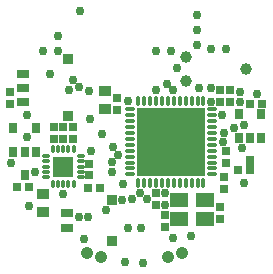
<source format=gbs>
G04 Layer_Color=16711935*
%FSLAX44Y44*%
%MOMM*%
G71*
G01*
G75*
%ADD41C,1.0000*%
%ADD63R,0.7500X0.6500*%
%ADD64R,0.6500X0.7500*%
%ADD65O,0.3500X0.8000*%
%ADD66O,0.8000X0.3500*%
%ADD82R,1.0500X0.8500*%
%ADD85C,1.0500*%
%ADD86C,0.7500*%
%ADD87R,0.9500X0.8500*%
%ADD88R,1.0000X0.7500*%
%ADD89R,1.5500X1.3000*%
%ADD90R,1.7000X1.7000*%
%ADD91O,0.4000X0.8500*%
%ADD92O,0.8500X0.4000*%
%ADD93R,5.7500X5.7500*%
%ADD94R,0.7500X0.8500*%
D41*
X94700Y52800D02*
D03*
X43900Y42640D02*
D03*
Y62960D02*
D03*
D63*
X88000Y-32800D02*
D03*
X98000D02*
D03*
X-29500Y-48100D02*
D03*
X-39500D02*
D03*
X-89300Y-46600D02*
D03*
X-99300D02*
D03*
X98000Y23800D02*
D03*
X108000D02*
D03*
D64*
X-60300Y-6000D02*
D03*
Y4000D02*
D03*
X-68300Y-6000D02*
D03*
Y4000D02*
D03*
X-52300Y-6000D02*
D03*
Y4000D02*
D03*
X77700Y-26500D02*
D03*
Y-16500D02*
D03*
X80900Y24900D02*
D03*
Y34900D02*
D03*
X-105000Y23800D02*
D03*
Y33800D02*
D03*
X72800Y24900D02*
D03*
Y34900D02*
D03*
X25600Y-80500D02*
D03*
Y-70500D02*
D03*
X72500Y-63600D02*
D03*
Y-73600D02*
D03*
X-14850Y28750D02*
D03*
Y18750D02*
D03*
X76100Y-48400D02*
D03*
Y-38400D02*
D03*
X-38000Y-27000D02*
D03*
Y-37000D02*
D03*
X18300Y-62100D02*
D03*
Y-52100D02*
D03*
D65*
X-69300Y-14950D02*
D03*
X-64800D02*
D03*
X-60300D02*
D03*
X-55800D02*
D03*
X-51300D02*
D03*
Y-44450D02*
D03*
X-55800D02*
D03*
X-60300D02*
D03*
X-64800D02*
D03*
X-69300D02*
D03*
D66*
X-45550Y-20700D02*
D03*
Y-25200D02*
D03*
Y-29700D02*
D03*
Y-34200D02*
D03*
Y-38700D02*
D03*
X-75050D02*
D03*
Y-34200D02*
D03*
Y-29700D02*
D03*
Y-25200D02*
D03*
Y-20700D02*
D03*
D82*
X-24900Y34200D02*
D03*
Y19200D02*
D03*
X-77200Y-53000D02*
D03*
Y-68000D02*
D03*
D85*
X-28116Y-106393D02*
D03*
X-40384Y-103106D02*
D03*
X28116Y-106393D02*
D03*
X40384Y-103106D02*
D03*
D86*
X-5500Y-81500D02*
D03*
X5500D02*
D03*
X53250Y98500D02*
D03*
Y86000D02*
D03*
Y73500D02*
D03*
X77500Y69750D02*
D03*
X64750D02*
D03*
X-91000Y-4250D02*
D03*
X-71250Y49000D02*
D03*
X-52003Y43752D02*
D03*
X-84000Y-34000D02*
D03*
X-104250Y-26500D02*
D03*
X57200Y-55000D02*
D03*
X90800Y-14000D02*
D03*
X55600Y15800D02*
D03*
X9800Y10600D02*
D03*
X89400Y33700D02*
D03*
X65000Y37200D02*
D03*
X88500Y14900D02*
D03*
X92700Y5500D02*
D03*
X7250Y-111250D02*
D03*
X-89200Y-62800D02*
D03*
X92750Y-43650D02*
D03*
X74000Y13800D02*
D03*
X75469Y-8752D02*
D03*
X76000Y-1100D02*
D03*
X32700Y-90300D02*
D03*
X-7700Y-110700D02*
D03*
X47849Y-88551D02*
D03*
X-55200Y35400D02*
D03*
X-46800Y37900D02*
D03*
X18200Y34900D02*
D03*
X-38100Y34000D02*
D03*
X54700Y37300D02*
D03*
X33100Y35200D02*
D03*
X29500Y-6600D02*
D03*
X36300Y54300D02*
D03*
X89400Y25100D02*
D03*
X103500Y32000D02*
D03*
X-43000Y-91250D02*
D03*
X-39000Y-72600D02*
D03*
X-47000D02*
D03*
X84000Y3000D02*
D03*
X-60200Y-52700D02*
D03*
X-64500Y-25500D02*
D03*
X-77200Y-53000D02*
D03*
X-13600Y-19800D02*
D03*
X-24400Y-66300D02*
D03*
X25800Y-62000D02*
D03*
X-91000Y14500D02*
D03*
X-18700Y-26100D02*
D03*
X-18700Y-34300D02*
D03*
X-9700Y-44400D02*
D03*
X-2300Y-56900D02*
D03*
X4600Y-52300D02*
D03*
X10900Y-57000D02*
D03*
X25900Y-51600D02*
D03*
X-10100Y-57900D02*
D03*
X64600Y25400D02*
D03*
X-37400Y10300D02*
D03*
X-36700Y-16200D02*
D03*
X-18400Y-13400D02*
D03*
X-27566Y-2000D02*
D03*
X27800Y40507D02*
D03*
X30750Y68500D02*
D03*
X18250D02*
D03*
X-64500D02*
D03*
X-77000D02*
D03*
X-64500Y81000D02*
D03*
X-5750Y26000D02*
D03*
X-46250Y102000D02*
D03*
X36250Y-71500D02*
D03*
D87*
X-56100Y61200D02*
D03*
Y13200D02*
D03*
X-19125Y-92700D02*
D03*
Y-57700D02*
D03*
D88*
X-93975Y49200D02*
D03*
Y37200D02*
D03*
Y25200D02*
D03*
X-56875Y-69200D02*
D03*
Y-81200D02*
D03*
D89*
X59600Y-73600D02*
D03*
X37600D02*
D03*
Y-57600D02*
D03*
X59600Y-57600D02*
D03*
D90*
X-60300Y-29700D02*
D03*
D91*
X58500Y-43200D02*
D03*
X53500D02*
D03*
X48500D02*
D03*
X43500D02*
D03*
X38500D02*
D03*
X33500D02*
D03*
X28500D02*
D03*
X23500D02*
D03*
X18500D02*
D03*
X13500D02*
D03*
X8500D02*
D03*
X3500D02*
D03*
Y25800D02*
D03*
X8500D02*
D03*
X13500D02*
D03*
X18500D02*
D03*
X23500D02*
D03*
X28500D02*
D03*
X33500D02*
D03*
X38500D02*
D03*
X43500D02*
D03*
X48500D02*
D03*
X53500D02*
D03*
X58500D02*
D03*
D92*
X-3500Y-36200D02*
D03*
Y-31200D02*
D03*
Y-26200D02*
D03*
Y-21200D02*
D03*
Y-16200D02*
D03*
Y-11200D02*
D03*
Y-6200D02*
D03*
Y-1200D02*
D03*
Y3800D02*
D03*
Y8800D02*
D03*
Y13800D02*
D03*
Y18800D02*
D03*
X65500D02*
D03*
Y13800D02*
D03*
Y8800D02*
D03*
Y3800D02*
D03*
Y-1200D02*
D03*
Y-6200D02*
D03*
Y-11200D02*
D03*
Y-16200D02*
D03*
Y-21200D02*
D03*
Y-26200D02*
D03*
Y-31200D02*
D03*
Y-36200D02*
D03*
D93*
X31000Y-8700D02*
D03*
D94*
X-93000Y-17000D02*
D03*
X-83500Y3000D02*
D03*
X-102500D02*
D03*
X-93000Y-36900D02*
D03*
X-83500Y-16900D02*
D03*
X-102500D02*
D03*
X98000Y-5200D02*
D03*
X107500Y14800D02*
D03*
X88500D02*
D03*
X98000Y-25200D02*
D03*
X107500Y-5200D02*
D03*
X88500D02*
D03*
M02*

</source>
